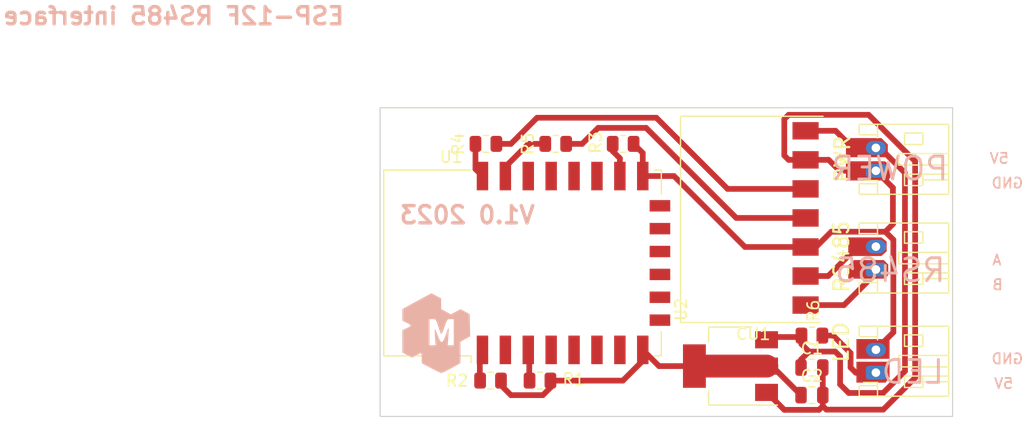
<source format=kicad_pcb>
(kicad_pcb (version 20211014) (generator pcbnew)
  (layers (0 "F.Cu" signal) (31 "B.Cu" signal) (34 "B.Paste" user) (35 "F.Paste" user) (36 "B.SilkS" user "B.Silkscreen") (37 "F.SilkS" user "F.Silkscreen") (38 "B.Mask" user) (39 "F.Mask" user) (44 "Edge.Cuts" user))
  (net 0 "")
  (net 1 "+5V")
  (net 2 "GND")
  (net 3 "+3.3V")
  (net 4 "Net-(CU1-Pad3)")
  (net 5 "Net-(CU1-Pad4)")
  (net 6 "/IN_A")
  (net 7 "/IN_B")
  (net 8 "Net-(R1-Pad2)")
  (net 9 "Net-(R2-Pad2)")
  (net 10 "Net-(R3-Pad1)")
  (net 11 "/ESP_TX")
  (net 12 "/ESP_RX")
  (net 28 "Net-(J3-Pad1)")
  (footprint "-local:R411A01" (layer "F.Cu") (at 105.745 56.261)
    (fp_text reference "CU1" (at 5.842 18.542 unlocked) (layer "F.SilkS"))
    (fp_text value "R411A01")
    (fp_line (start 11.938 -0.508) (end -0.508 -0.508) (layer "F.SilkS") (width 0.12))
    (fp_line (start -0.508 -0.508) (end -0.508 17.526) (layer "F.SilkS") (width 0.12))
    (fp_line (start -0.508 17.526) (end 11.684 17.526) (layer "F.SilkS") (width 0.12))
    (pad "1" smd rect (at 10.414 0.762) (size 2.286 1.524) (layers "F.Cu" "F.Paste" "F.Mask") (net 1 "+5V"))
    (pad "2" smd rect (at 10.414 3.302) (size 2.286 1.524) (layers "F.Cu" "F.Paste" "F.Mask") (net 2 "GND"))
    (pad "3" smd rect (at 10.414 5.842) (size 2.286 1.524) (layers "F.Cu" "F.Paste" "F.Mask") (net 4 "Net-(CU1-Pad3)"))
    (pad "4" smd rect (at 10.414 8.382) (size 2.286 1.524) (layers "F.Cu" "F.Paste" "F.Mask") (net 5 "Net-(CU1-Pad4)"))
    (pad "5" smd rect (at 10.414 10.922) (size 2.286 1.524) (layers "F.Cu" "F.Paste" "F.Mask") (net 2 "GND"))
    (pad "6" smd rect (at 10.414 13.462) (size 2.286 1.524) (layers "F.Cu" "F.Paste" "F.Mask") (net 6 "/IN_A"))
    (pad "7" smd rect (at 10.414 16.002) (size 2.286 1.524) (layers "F.Cu" "F.Paste" "F.Mask") (net 7 "/IN_B"))
  )
  (footprint "Resistor_SMD:R_0805_2012Metric" (layer "F.Cu") (at 100.2265 58.166)
    (fp_text reference "R3" (at -2.413 -0.127 90) (layer "F.SilkS"))
    (fp_text value "10k")
    (fp_line (start -0.227064 0.735) (end 0.227064 0.735) (layer "F.SilkS") (width 0.12))
    (fp_line (start -0.227064 -0.735) (end 0.227064 -0.735) (layer "F.SilkS") (width 0.12))
    (pad "1" smd roundrect (at -0.9125 0) (size 1.025 1.4) (layers "F.Cu" "F.Paste" "F.Mask") (roundrect_rratio 0.243902439) (net 10 "Net-(R3-Pad1)"))
    (pad "2" smd roundrect (at 0.9125 0) (size 1.025 1.4) (layers "F.Cu" "F.Paste" "F.Mask") (roundrect_rratio 0.243902439) (net 2 "GND"))
  )
  (footprint "Resistor_SMD:R_0805_2012Metric" (layer "F.Cu") (at 92.964 78.867 180)
    (fp_text reference "R1" (at -2.9445 0.127) (layer "F.SilkS"))
    (fp_text value "10k")
    (fp_line (start -0.227064 -0.735) (end 0.227064 -0.735) (layer "F.SilkS") (width 0.12))
    (fp_line (start -0.227064 0.735) (end 0.227064 0.735) (layer "F.SilkS") (width 0.12))
    (pad "1" smd roundrect (at -0.9125 0 180) (size 1.025 1.4) (layers "F.Cu" "F.Paste" "F.Mask") (roundrect_rratio 0.243902439) (net 3 "+3.3V"))
    (pad "2" smd roundrect (at 0.9125 0 180) (size 1.025 1.4) (layers "F.Cu" "F.Paste" "F.Mask") (roundrect_rratio 0.243902439) (net 8 "Net-(R1-Pad2)"))
  )
  (footprint "Connector_JST:JST_PH_S2B-PH-K_1x02_P2.00mm_Horizontal" (layer "F.Cu") (at 122.301 60.5155 90)
    (fp_text reference "J2")
    (fp_text value "PWR" (at 1.016 -2.921 90) (layer "F.SilkS") (effects (font (size 1.3 1.3) (thickness 0.2))))
    (fp_line (start -0.8 4.1) (end -0.8 6.36) (layer "F.SilkS") (width 0.12))
    (fp_line (start -2.06 -1.46) (end -2.06 6.36) (layer "F.SilkS") (width 0.12))
    (fp_line (start 1.5 2) (end 1.5 6.36) (layer "F.SilkS") (width 0.12))
    (fp_line (start 0.5 2) (end 1.5 2) (layer "F.SilkS") (width 0.12))
    (fp_line (start -1.14 0.14) (end -1.14 -1.46) (layer "F.SilkS") (width 0.12))
    (fp_line (start -0.86 0.14) (end -1.14 0.14) (layer "F.SilkS") (width 0.12))
    (fp_line (start -0.3 4.1) (end -0.3 6.36) (layer "F.SilkS") (width 0.12))
    (fp_line (start -2.06 0.14) (end -1.14 0.14) (layer "F.SilkS") (width 0.12))
    (fp_line (start 4.06 6.36) (end 4.06 -1.46) (layer "F.SilkS") (width 0.12))
    (fp_line (start -1.3 4.1) (end -0.3 4.1) (layer "F.SilkS") (width 0.12))
    (fp_line (start 3.3 2.5) (end 3.3 4.1) (layer "F.SilkS") (width 0.12))
    (fp_line (start 3.3 4.1) (end 2.3 4.1) (layer "F.SilkS") (width 0.12))
    (fp_line (start -1.14 -1.46) (end -2.06 -1.46) (layer "F.SilkS") (width 0.12))
    (fp_line (start 2.3 4.1) (end 2.3 2.5) (layer "F.SilkS") (width 0.12))
    (fp_line (start -0.3 2.5) (end -1.3 2.5) (layer "F.SilkS") (width 0.12))
    (fp_line (start -1.3 2.5) (end -1.3 4.1) (layer "F.SilkS") (width 0.12))
    (fp_line (start 4.06 -1.46) (end 3.14 -1.46) (layer "F.SilkS") (width 0.12))
    (fp_line (start 4.06 0.14) (end 3.14 0.14) (layer "F.SilkS") (width 0.12))
    (fp_line (start -0.86 0.14) (end -0.86 -1.075) (layer "F.SilkS") (width 0.12))
    (fp_line (start 2.3 2.5) (end 3.3 2.5) (layer "F.SilkS") (width 0.12))
    (fp_line (start 0.5 6.36) (end 0.5 2) (layer "F.SilkS") (width 0.12))
    (fp_line (start -0.3 4.1) (end -0.3 2.5) (layer "F.SilkS") (width 0.12))
    (fp_line (start -2.06 6.36) (end 4.06 6.36) (layer "F.SilkS") (width 0.12))
    (fp_line (start 3.14 0.14) (end 2.86 0.14) (layer "F.SilkS") (width 0.12))
    (fp_line (start 3.14 -1.46) (end 3.14 0.14) (layer "F.SilkS") (width 0.12))
    (pad "1" thru_hole roundrect (at 0 0 90) (size 1.2 1.75) (drill 0.75) (layers *.Cu *.Mask) (roundrect_rratio 0.2083333333) (net 2 "GND"))
    (pad "2" thru_hole oval (at 2 0 90) (size 1.2 1.75) (drill 0.75) (layers *.Cu *.Mask) (net 1 "+5V"))
  )
  (footprint "Resistor_SMD:R_0805_2012Metric" (layer "F.Cu") (at 94.3375 58.166)
    (fp_text reference "R5" (at -2.4365 0 90) (layer "F.SilkS"))
    (fp_text value "0")
    (fp_line (start -0.227064 -0.735) (end 0.227064 -0.735) (layer "F.SilkS") (width 0.12))
    (fp_line (start -0.227064 0.735) (end 0.227064 0.735) (layer "F.SilkS") (width 0.12))
    (pad "1" smd roundrect (at -0.9125 0) (size 1.025 1.4) (layers "F.Cu" "F.Paste" "F.Mask") (roundrect_rratio 0.243902439) (net 12 "/ESP_RX"))
    (pad "2" smd roundrect (at 0.9125 0) (size 1.025 1.4) (layers "F.Cu" "F.Paste" "F.Mask") (roundrect_rratio 0.243902439) (net 5 "Net-(CU1-Pad4)"))
  )
  (footprint "Resistor_SMD:R_0805_2012Metric" (layer "F.Cu") (at 116.713 74.93)
    (fp_text reference "R6" (at 0.127 -2.159 90) (layer "F.SilkS"))
    (fp_text value "0")
    (fp_line (start -0.227064 -0.735) (end 0.227064 -0.735) (layer "F.SilkS") (width 0.12))
    (fp_line (start -0.227064 0.735) (end 0.227064 0.735) (layer "F.SilkS") (width 0.12))
    (pad "1" smd roundrect (at -0.9125 0) (size 1.025 1.4) (layers "F.Cu" "F.Paste" "F.Mask") (roundrect_rratio 0.243902439) (net 1 "+5V"))
    (pad "2" smd roundrect (at 0.9125 0) (size 1.025 1.4) (layers "F.Cu" "F.Paste" "F.Mask") (roundrect_rratio 0.243902439) (net 28 "Net-(J3-Pad1)"))
  )
  (footprint "Resistor_SMD:R_0805_2012Metric" (layer "F.Cu") (at 88.2415 58.166)
    (fp_text reference "R4" (at -2.4365 0 90) (layer "F.SilkS"))
    (fp_text value "0")
    (fp_line (start -0.227064 0.735) (end 0.227064 0.735) (layer "F.SilkS") (width 0.12))
    (fp_line (start -0.227064 -0.735) (end 0.227064 -0.735) (layer "F.SilkS") (width 0.12))
    (pad "1" smd roundrect (at -0.9125 0) (size 1.025 1.4) (layers "F.Cu" "F.Paste" "F.Mask") (roundrect_rratio 0.243902439) (net 11 "/ESP_TX"))
    (pad "2" smd roundrect (at 0.9125 0) (size 1.025 1.4) (layers "F.Cu" "F.Paste" "F.Mask") (roundrect_rratio 0.243902439) (net 4 "Net-(CU1-Pad3)"))
  )
  (footprint "Package_TO_SOT_SMD:SOT-223-3_TabPin2" (layer "F.Cu") (at 109.601 77.597 180)
    (fp_text reference "U2" (at 4.318 4.953 90) (layer "F.SilkS"))
    (fp_text value "AMS1117-3.3")
    (fp_line (start -1.85 3.41) (end 1.91 3.41) (layer "F.SilkS") (width 0.12))
    (fp_line (start 1.91 3.41) (end 1.91 2.15) (layer "F.SilkS") (width 0.12))
    (fp_line (start 1.91 -3.41) (end 1.91 -2.15) (layer "F.SilkS") (width 0.12))
    (fp_line (start -4.1 -3.41) (end 1.91 -3.41) (layer "F.SilkS") (width 0.12))
    (pad "1" smd rect (at -3.15 -2.3 180) (size 2 1.5) (layers "F.Cu" "F.Paste" "F.Mask") (net 2 "GND"))
    (pad "2" smd rect (at -3.15 0 180) (size 2 1.5) (layers "F.Cu" "F.Paste" "F.Mask") (net 3 "+3.3V"))
    (pad "2" smd rect (at 3.15 0 180) (size 2 3.8) (layers "F.Cu" "F.Paste" "F.Mask") (net 3 "+3.3V"))
    (pad "3" smd rect (at -3.15 2.3 180) (size 2 1.5) (layers "F.Cu" "F.Paste" "F.Mask") (net 1 "+5V"))
  )
  (footprint "Connector_JST:JST_PH_S2B-PH-K_1x02_P2.00mm_Horizontal" (layer "F.Cu") (at 122.301 69.1515 90)
    (fp_text reference "J1")
    (fp_text value "RS485" (at 1.127 -3.011 90) (layer "F.SilkS") (effects (font (size 1.3 1.3) (thickness 0.2))))
    (fp_line (start 3.14 0.14) (end 2.86 0.14) (layer "F.SilkS") (width 0.12))
    (fp_line (start -1.14 -1.46) (end -2.06 -1.46) (layer "F.SilkS") (width 0.12))
    (fp_line (start 4.06 6.36) (end 4.06 -1.46) (layer "F.SilkS") (width 0.12))
    (fp_line (start -1.3 4.1) (end -0.3 4.1) (layer "F.SilkS") (width 0.12))
    (fp_line (start -1.3 2.5) (end -1.3 4.1) (layer "F.SilkS") (width 0.12))
    (fp_line (start 4.06 0.14) (end 3.14 0.14) (layer "F.SilkS") (width 0.12))
    (fp_line (start 4.06 -1.46) (end 3.14 -1.46) (layer "F.SilkS") (width 0.12))
    (fp_line (start -0.86 0.14) (end -1.14 0.14) (layer "F.SilkS") (width 0.12))
    (fp_line (start 3.3 4.1) (end 2.3 4.1) (layer "F.SilkS") (width 0.12))
    (fp_line (start -0.3 4.1) (end -0.3 6.36) (layer "F.SilkS") (width 0.12))
    (fp_line (start 0.5 6.36) (end 0.5 2) (layer "F.SilkS") (width 0.12))
    (fp_line (start -0.3 4.1) (end -0.3 2.5) (layer "F.SilkS") (width 0.12))
    (fp_line (start -1.14 0.14) (end -1.14 -1.46) (layer "F.SilkS") (width 0.12))
    (fp_line (start 2.3 2.5) (end 3.3 2.5) (layer "F.SilkS") (width 0.12))
    (fp_line (start 3.14 -1.46) (end 3.14 0.14) (layer "F.SilkS") (width 0.12))
    (fp_line (start 1.5 2) (end 1.5 6.36) (layer "F.SilkS") (width 0.12))
    (fp_line (start -2.06 0.14) (end -1.14 0.14) (layer "F.SilkS") (width 0.12))
    (fp_line (start -0.8 4.1) (end -0.8 6.36) (layer "F.SilkS") (width 0.12))
    (fp_line (start -2.06 -1.46) (end -2.06 6.36) (layer "F.SilkS") (width 0.12))
    (fp_line (start 0.5 2) (end 1.5 2) (layer "F.SilkS") (width 0.12))
    (fp_line (start 3.3 2.5) (end 3.3 4.1) (layer "F.SilkS") (width 0.12))
    (fp_line (start -0.3 2.5) (end -1.3 2.5) (layer "F.SilkS") (width 0.12))
    (fp_line (start -0.86 0.14) (end -0.86 -1.075) (layer "F.SilkS") (width 0.12))
    (fp_line (start 2.3 4.1) (end 2.3 2.5) (layer "F.SilkS") (width 0.12))
    (fp_line (start -2.06 6.36) (end 4.06 6.36) (layer "F.SilkS") (width 0.12))
    (pad "1" thru_hole roundrect (at 0 0 90) (size 1.2 1.75) (drill 0.75) (layers *.Cu *.Mask) (roundrect_rratio 0.2083333333) (net 7 "/IN_B"))
    (pad "2" thru_hole oval (at 2 0 90) (size 1.2 1.75) (drill 0.75) (layers *.Cu *.Mask) (net 6 "/IN_A"))
  )
  (footprint "RF_Module:ESP-12E" (layer "F.Cu") (at 91.44 68.58 90)
    (fp_text reference "U1" (at 9.271 -6.223 180) (layer "F.SilkS"))
    (fp_text value "ESP-12F")
    (fp_line (start -8.12 -4.5) (end -8.73 -4.5) (layer "F.SilkS") (width 0.12))
    (fp_line (start 8.12 11.5) (end 8.12 12.12) (layer "F.SilkS") (width 0.12))
    (fp_line (start 8.12 12.12) (end 6 12.12) (layer "F.SilkS") (width 0.12))
    (fp_line (start -8.12 -12.12) (end 8.12 -12.12) (layer "F.SilkS") (width 0.12))
    (fp_line (start -8.12 12.12) (end -8.12 11.5) (layer "F.SilkS") (width 0.12))
    (fp_line (start -8.12 -4.5) (end -8.12 -12.12) (layer "F.SilkS") (width 0.12))
    (fp_line (start 8.12 -12.12) (end 8.12 -4.5) (layer "F.SilkS") (width 0.12))
    (fp_line (start -6 12.12) (end -8.12 12.12) (layer "F.SilkS") (width 0.12))
    (pad "1" smd rect (at -7.6 -3.5 90) (size 2.5 1) (layers "F.Cu" "F.Paste" "F.Mask") (net 9 "Net-(R2-Pad2)"))
    (pad "2" smd rect (at -7.6 -1.5 90) (size 2.5 1) (layers "F.Cu" "F.Paste" "F.Mask"))
    (pad "3" smd rect (at -7.6 0.5 90) (size 2.5 1) (layers "F.Cu" "F.Paste" "F.Mask") (net 8 "Net-(R1-Pad2)"))
    (pad "4" smd rect (at -7.6 2.5 90) (size 2.5 1) (layers "F.Cu" "F.Paste" "F.Mask"))
    (pad "5" smd rect (at -7.6 4.5 90) (size 2.5 1) (layers "F.Cu" "F.Paste" "F.Mask"))
    (pad "6" smd rect (at -7.6 6.5 90) (size 2.5 1) (layers "F.Cu" "F.Paste" "F.Mask"))
    (pad "7" smd rect (at -7.6 8.5 90) (size 2.5 1) (layers "F.Cu" "F.Paste" "F.Mask"))
    (pad "8" smd rect (at -7.6 10.5 90) (size 2.5 1) (layers "F.Cu" "F.Paste" "F.Mask") (net 3 "+3.3V"))
    (pad "9" smd rect (at -5 12 90) (size 1 1.8) (layers "F.Cu" "F.Paste" "F.Mask"))
    (pad "10" smd rect (at -3 12 90) (size 1 1.8) (layers "F.Cu" "F.Paste" "F.Mask"))
    (pad "11" smd rect (at -1 12 90) (size 1 1.8) (layers "F.Cu" "F.Paste" "F.Mask"))
    (pad "12" smd rect (at 1 12 90) (size 1 1.8) (layers "F.Cu" "F.Paste" "F.Mask"))
    (pad "13" smd rect (at 3 12 90) (size 1 1.8) (layers "F.Cu" "F.Paste" "F.Mask"))
    (pad "14" smd rect (at 5 12 90) (size 1 1.8) (layers "F.Cu" "F.Paste" "F.Mask"))
    (pad "15" smd rect (at 7.6 10.5 90) (size 2.5 1) (layers "F.Cu" "F.Paste" "F.Mask") (net 2 "GND"))
    (pad "16" smd rect (at 7.6 8.5 90) (size 2.5 1) (layers "F.Cu" "F.Paste" "F.Mask") (net 10 "Net-(R3-Pad1)"))
    (pad "17" smd rect (at 7.6 6.5 90) (size 2.5 1) (layers "F.Cu" "F.Paste" "F.Mask"))
    (pad "18" smd rect (at 7.6 4.5 90) (size 2.5 1) (layers "F.Cu" "F.Paste" "F.Mask"))
    (pad "19" smd rect (at 7.6 2.5 90) (size 2.5 1) (layers "F.Cu" "F.Paste" "F.Mask"))
    (pad "20" smd rect (at 7.6 0.5 90) (size 2.5 1) (layers "F.Cu" "F.Paste" "F.Mask"))
    (pad "21" smd rect (at 7.6 -1.5 90) (size 2.5 1) (layers "F.Cu" "F.Paste" "F.Mask") (net 12 "/ESP_RX"))
    (pad "22" smd rect (at 7.6 -3.5 90) (size 2.5 1) (layers "F.Cu" "F.Paste" "F.Mask") (net 11 "/ESP_TX"))
    (zone (net 0) (net_name "") (layers *.Cu) (connect_pads (clearance 0)) (min_thickness 0.254)
      (keepout (tracks not_allowed) (vias not_allowed) (pads not_allowed) (copperpour not_allowed) (footprints not_allowed))
      (fill (thermal_gap 0.508) (thermal_bridge_width 0.508))
      (polygon (pts (xy 86.64 76.7) (xy 86.64 60.46) (xy 79.32 60.46) (xy 79.32 76.7)))
    )
  )
  (footprint "Connector_JST:JST_PH_S2B-PH-K_1x02_P2.00mm_Horizontal" (layer "F.Cu") (at 122.301 78.1685 90)
    (fp_text reference "J3")
    (fp_text value "LED" (at 2.667 -3.048 90) (layer "F.SilkS") (effects (font (size 1.3 1.3) (thickness 0.2))))
    (fp_line (start 4.06 0.14) (end 3.14 0.14) (layer "F.SilkS") (width 0.12))
    (fp_line (start 4.06 -1.46) (end 3.14 -1.46) (layer "F.SilkS") (width 0.12))
    (fp_line (start -1.3 2.5) (end -1.3 4.1) (layer "F.SilkS") (width 0.12))
    (fp_line (start -0.86 0.14) (end -0.86 -1.075) (layer "F.SilkS") (width 0.12))
    (fp_line (start 3.14 -1.46) (end 3.14 0.14) (layer "F.SilkS") (width 0.12))
    (fp_line (start -0.3 4.1) (end -0.3 6.36) (layer "F.SilkS") (width 0.12))
    (fp_line (start 3.3 4.1) (end 2.3 4.1) (layer "F.SilkS") (width 0.12))
    (fp_line (start 0.5 6.36) (end 0.5 2) (layer "F.SilkS") (width 0.12))
    (fp_line (start -2.06 6.36) (end 4.06 6.36) (layer "F.SilkS") (width 0.12))
    (fp_line (start 1.5 2) (end 1.5 6.36) (layer "F.SilkS") (width 0.12))
    (fp_line (start -2.06 0.14) (end -1.14 0.14) (layer "F.SilkS") (width 0.12))
    (fp_line (start -1.14 -1.46) (end -2.06 -1.46) (layer "F.SilkS") (width 0.12))
    (fp_line (start -1.14 0.14) (end -1.14 -1.46) (layer "F.SilkS") (width 0.12))
    (fp_line (start -0.86 0.14) (end -1.14 0.14) (layer "F.SilkS") (width 0.12))
    (fp_line (start 2.3 2.5) (end 3.3 2.5) (layer "F.SilkS") (width 0.12))
    (fp_line (start -0.3 2.5) (end -1.3 2.5) (layer "F.SilkS") (width 0.12))
    (fp_line (start 3.3 2.5) (end 3.3 4.1) (layer "F.SilkS") (width 0.12))
    (fp_line (start 0.5 2) (end 1.5 2) (layer "F.SilkS") (width 0.12))
    (fp_line (start -0.3 4.1) (end -0.3 2.5) (layer "F.SilkS") (width 0.12))
    (fp_line (start -0.8 4.1) (end -0.8 6.36) (layer "F.SilkS") (width 0.12))
    (fp_line (start -2.06 -1.46) (end -2.06 6.36) (layer "F.SilkS") (width 0.12))
    (fp_line (start 3.14 0.14) (end 2.86 0.14) (layer "F.SilkS") (width 0.12))
    (fp_line (start 2.3 4.1) (end 2.3 2.5) (layer "F.SilkS") (width 0.12))
    (fp_line (start -1.3 4.1) (end -0.3 4.1) (layer "F.SilkS") (width 0.12))
    (fp_line (start 4.06 6.36) (end 4.06 -1.46) (layer "F.SilkS") (width 0.12))
    (pad "1" thru_hole roundrect (at 0 0 90) (size 1.2 1.75) (drill 0.75) (layers *.Cu *.Mask) (roundrect_rratio 0.2083333333) (net 28 "Net-(J3-Pad1)"))
    (pad "2" thru_hole oval (at 2 0 90) (size 1.2 1.75) (drill 0.75) (layers *.Cu *.Mask) (net 2 "GND"))
  )
  (footprint "Capacitor_SMD:C_0805_2012Metric" (layer "F.Cu") (at 116.713 77.724)
    (fp_text reference "C1" (at 0 -1.68) (layer "F.SilkS"))
    (fp_text value "10u")
    (fp_line (start -0.261252 -0.735) (end 0.261252 -0.735) (layer "F.SilkS") (width 0.12))
    (fp_line (start -0.261252 0.735) (end 0.261252 0.735) (layer "F.SilkS") (width 0.12))
    (pad "1" smd roundrect (at -0.95 0) (size 1 1.45) (layers "F.Cu" "F.Paste" "F.Mask") (net 1 "+5V"))
    (pad "2" smd roundrect (at 0.95 0) (size 1 1.45) (layers "F.Cu" "F.Paste" "F.Mask") (net 2 "GND"))
  )
  (footprint "Resistor_SMD:R_0805_2012Metric" (layer "F.Cu") (at 88.646 78.867 180)
    (fp_text reference "R2" (at 2.921 0) (layer "F.SilkS"))
    (fp_text value "10k")
    (fp_line (start -0.227064 0.735) (end 0.227064 0.735) (layer "F.SilkS") (width 0.12))
    (fp_line (start -0.227064 -0.735) (end 0.227064 -0.735) (layer "F.SilkS") (width 0.12))
    (pad "1" smd roundrect (at -0.9125 0 180) (size 1.025 1.4) (layers "F.Cu" "F.Paste" "F.Mask") (roundrect_rratio 0.243902439) (net 3 "+3.3V"))
    (pad "2" smd roundrect (at 0.9125 0 180) (size 1.025 1.4) (layers "F.Cu" "F.Paste" "F.Mask") (roundrect_rratio 0.243902439) (net 9 "Net-(R2-Pad2)"))
  )
  (footprint "Capacitor_SMD:C_0805_2012Metric" (layer "F.Cu") (at 116.713 80.137)
    (fp_text reference "C2" (at 0 -1.68) (layer "F.SilkS"))
    (fp_text value "10u")
    (fp_line (start -0.261252 -0.735) (end 0.261252 -0.735) (layer "F.SilkS") (width 0.12))
    (fp_line (start -0.261252 0.735) (end 0.261252 0.735) (layer "F.SilkS") (width 0.12))
    (pad "1" smd roundrect (at -0.95 0) (size 1 1.45) (layers "F.Cu" "F.Paste" "F.Mask") (net 3 "+3.3V"))
    (pad "2" smd roundrect (at 0.95 0) (size 1 1.45) (layers "F.Cu" "F.Paste" "F.Mask") (net 2 "GND"))
  )
  (footprint "-local:logo_kms_small_silkscreen" (layer "B.Cu") (at 84.328 74.676 180)
    (fp_text reference "G***" hide)
    (fp_text value "LOGO" hide)
    (fp_poly (pts (xy 2.116877 2.764724) (xy 3.383025 2.074333) (xy 3.384846 1.562038) (xy 3.386667 1.049742) (xy 3.001301 0.862517) (xy 2.790526 0.744233) (xy 2.670184 0.645099) (xy 2.658544 0.606349) (xy 2.756204 0.53197) (xy 2.951559 0.426272) (xy 3.04391 0.382844) (xy 3.386667 0.228282) (xy 3.385955 -0.753692) (xy 3.385242 -1.735667) (xy 2.958732 -1.961382) (xy 2.532222 -2.187098) (xy 2.176278 -1.983569) (xy 1.955571 -1.864108) (xy 1.796662 -1.790367) (xy 1.756834 -1.77902) (xy 1.721214 -1.854803) (xy 1.697798 -2.050556) (xy 1.692499 -2.2225) (xy 1.691665 -2.667) (xy 0.909333 -3.090334) (xy 0.572241 -3.267716) (xy 0.281728 -3.411355) (xy 0.075183 -3.503285) (xy 0 -3.527314) (xy -0.123164 -3.493503) (xy -0.355769 -3.391419) (xy -0.661039 -3.238198) (xy -0.908502 -3.10398) (xy -1.690003 -2.667) (xy -1.69278 -1.100667) (xy -1.100666 -1.100667) (xy -0.57469 -1.100667) (xy -0.635467 -0.3175) (xy -0.656467 0.015334) (xy -0.662989 0.266572) (xy -0.654674 0.4023) (xy -0.643244 0.415066) (xy -0.591922 0.31503) (xy -0.506157 0.098671) (xy -0.403589 -0.189211) (xy -0.393179 -0.219934) (xy -0.253409 -0.583479) (xy -0.129647 -0.781514) (xy -0.013063 -0.816032) (xy 0.105175 -0.689025) (xy 0.233899 -0.402484) (xy 0.247907 -0.364532) (xy 0.389806 0.016194) (xy 0.484588 0.237516) (xy 0.539083 0.300543) (xy 0.56012 0.206382) (xy 0.554529 -0.043861) (xy 0.53802 -0.3175) (xy 0.486159 -1.100667) (xy 1.016 -1.100667) (xy 1.016 1.185333) (xy 0.734573 1.185333) (xy 0.592127 1.178256) (xy 0.494874 1.134867) (xy 0.417781 1.021929) (xy 0.335814 0.806205) (xy 0.25236 0.545104) (xy 0.151022 0.23986) (xy 0.062012 0.003481) (xy 0.001326 -0.122357) (xy -0.007325 -0.131527) (xy -0.059519 -0.074492) (xy -0.148137 0.109023) (xy -0.257282 0.38445) (xy -0.301766 0.508702) (xy -0.419082 0.837342) (xy -0.50633 1.037477) (xy -0.587853 1.140954) (xy -0.687997 1.179621) (xy -0.818987 1.185333) (xy -1.100666 1.185333) (xy -1.100666 -1.100667) (xy -1.69278 -1.100667) (xy -1.693333 -0.788912) (xy -2.119295 -0.557074) (xy -2.545257 -0.325237) (xy -2.521462 0.64663) (xy -2.497666 1.618497) (xy -1.694762 2.059689) (xy -0.856296 1.603339) (xy -0.00244 2.074333) (xy -0.000508 2.54) (xy 0.001425 3.005666) (xy 0.426076 3.230391) (xy 0.850728 3.455115)) (layer "B.SilkS") (width 0) (fill solid))
  )
  (gr_rect (start 79 55) (end 129 82) (layer "Edge.Cuts") (width 0.1) (fill none))
  (gr_text "POWER" (at 128.778 60.325) (layer "B.SilkS") (effects (font (size 2 2) (thickness 0.25)) (justify left mirror)))
  (gr_text "LED" (at 128.397 78.105) (layer "B.SilkS") (effects (font (size 2 2) (thickness 0.25)) (justify left mirror)))
  (gr_text "RS485" (at 128.524 69.215) (layer "B.SilkS") (effects (font (size 2 2) (thickness 0.25)) (justify left mirror)))
  (gr_text "GND" (at 135.255 76.962) (layer "B.SilkS") (effects (font (size 0.9 0.9)) (justify left mirror)))
  (gr_text "A" (at 133.35 68.326) (layer "B.SilkS") (effects (font (size 0.9 0.9)) (justify left mirror)))
  (gr_text "GND" (at 135.255 61.595) (layer "B.SilkS") (effects (font (size 0.9 0.9)) (justify left mirror)))
  (gr_text "V1.0 2023" (at 86.614 64.389) (layer "B.SilkS") (effects (font (size 1.5 1.5) (thickness 0.3)) (justify mirror)))
  (gr_text "5V" (at 133.985 59.436) (layer "B.SilkS") (effects (font (size 0.9 0.9)) (justify left mirror)))
  (gr_text "ESP-12F RS485 interface" (at 60.96 46.99) (layer "B.SilkS") (effects (font (size 1.5 1.5) (thickness 0.3)) (justify mirror)))
  (gr_text "B" (at 133.477 70.485) (layer "B.SilkS") (effects (font (size 0.9 0.9)) (justify left mirror)))
  (gr_text "5V" (at 134.366 79.121) (layer "B.SilkS") (effects (font (size 0.9 0.9)) (justify left mirror)))
  (segment (start 118.7765 57.023) (end 116.6495 57.023) (width 0.5) (layer "F.Cu") (net 1))
  (segment (start 122.6505 58.5155) (end 124.841 60.706) (width 0.5) (layer "F.Cu") (net 1))
  (segment (start 116.6495 57.023) (end 116.332 57.3405) (width 0.5) (layer "F.Cu") (net 1))
  (segment (start 119.1768 76.7588) (end 118.745 76.327) (width 0.5) (layer "F.Cu") (net 1))
  (segment (start 120.364 58.6105) (end 118.7765 57.023) (width 0.5) (layer "F.Cu") (net 1))
  (segment (start 116.459 76.327) (end 115.8005 75.6685) (width 0.5) (layer "F.Cu") (net 1))
  (segment (start 119.1768 79.1972) (end 119.1768 76.7588) (width 0.5) (layer "F.Cu") (net 1))
  (segment (start 122.301 58.5155) (end 122.6505 58.5155) (width 0.5) (layer "F.Cu") (net 1))
  (segment (start 119.9261 79.9465) (end 119.1768 79.1972) (width 0.5) (layer "F.Cu") (net 1))
  (segment (start 115.8005 75.6685) (end 115.8005 74.93) (width 0.5) (layer "F.Cu") (net 1))
  (segment (start 115.6735 75.057) (end 113.016 75.057) (width 0.5) (layer "F.Cu") (net 1))
  (segment (start 115.8005 74.93) (end 115.6735 75.057) (width 0.5) (layer "F.Cu") (net 1))
  (segment (start 124.841 60.706) (end 124.841 78.0415) (width 0.5) (layer "F.Cu") (net 1))
  (segment (start 122.936 79.9465) (end 119.9261 79.9465) (width 0.5) (layer "F.Cu") (net 1))
  (segment (start 118.745 76.327) (end 116.459 76.327) (width 0.5) (layer "F.Cu") (net 1))
  (segment (start 113.016 75.057) (end 112.776 75.297) (width 0.5) (layer "F.Cu") (net 1))
  (segment (start 122.206 58.6105) (end 120.364 58.6105) (width 0.5) (layer "F.Cu") (net 1))
  (segment (start 122.301 58.5155) (end 122.206 58.6105) (width 0.5) (layer "F.Cu") (net 1))
  (segment (start 124.841 78.0415) (end 122.936 79.9465) (width 0.5) (layer "F.Cu") (net 1))
  (segment (start 115.763 77.023) (end 115.763 77.724) (width 0.5) (layer "F.Cu") (net 1))
  (segment (start 115.763 74.9675) (end 115.8005 74.93) (width 0.5) (layer "F.Cu") (net 1))
  (segment (start 116.459 76.327) (end 115.763 77.023) (width 0.5) (layer "F.Cu") (net 1))
  (segment (start 110.871 67.183) (end 104.668 60.98) (width 0.5) (layer "F.Cu") (net 2))
  (segment (start 117.3305 81.4245) (end 114.3035 81.4245) (width 0.5) (layer "F.Cu") (net 2))
  (segment (start 116.159 59.7075) (end 116.332 59.8805) (width 0.5) (layer "F.Cu") (net 2))
  (segment (start 116.159 67.183) (end 117.0686 67.183) (width 0.5) (layer "F.Cu") (net 2))
  (segment (start 122.301 60.5155) (end 119.126 60.5155) (width 0.5) (layer "F.Cu") (net 2))
  (segment (start 123.825 74.6445) (end 122.301 76.1685) (width 0.5) (layer "F.Cu") (net 2))
  (segment (start 119.126 60.5155) (end 118.1735 59.563) (width 0.5) (layer "F.Cu") (net 2))
  (segment (start 117.663 81.092) (end 117.3305 81.4245) (width 0.5) (layer "F.Cu") (net 2))
  (segment (start 123.1265 65.8495) (end 123.788 65.188) (width 0.5) (layer "F.Cu") (net 2))
  (segment (start 114.3 56.007) (end 114.681 55.626) (width 0.5) (layer "F.Cu") (net 2))
  (segment (start 123.825 66.548) (end 123.825 74.6445) (width 0.5) (layer "F.Cu") (net 2))
  (segment (start 114.3035 81.4245) (end 112.776 79.897) (width 0.5) (layer "F.Cu") (net 2))
  (segment (start 114.681 55.626) (end 121.666 55.626) (width 0.5) (layer "F.Cu") (net 2))
  (segment (start 101.139 58.166) (end 101.94 58.967) (width 0.5) (layer "F.Cu") (net 2))
  (segment (start 122.936 81.407) (end 117.978 81.407) (width 0.5) (layer "F.Cu") (net 2))
  (segment (start 117.0686 67.183) (end 118.4021 65.8495) (width 0.5) (layer "F.Cu") (net 2))
  (segment (start 101.94 58.967) (end 101.94 60.98) (width 0.5) (layer "F.Cu") (net 2))
  (segment (start 123.1265 65.8495) (end 123.825 66.548) (width 0.5) (layer "F.Cu") (net 2))
  (segment (start 117.663 80.137) (end 117.663 81.092) (width 0.5) (layer "F.Cu") (net 2))
  (segment (start 118.1735 59.563) (end 116.159 59.563) (width 0.5) (layer "F.Cu") (net 2))
  (segment (start 123.788 65.188) (end 123.788 62.0025) (width 0.5) (layer "F.Cu") (net 2))
  (segment (start 114.3 59.182) (end 114.3 56.007) (width 0.5) (layer "F.Cu") (net 2))
  (segment (start 123.788 62.0025) (end 122.301 60.5155) (width 0.5) (layer "F.Cu") (net 2))
  (segment (start 117.663 80.137) (end 117.663 77.724) (width 0.5) (layer "F.Cu") (net 2))
  (segment (start 121.666 55.626) (end 125.73 59.69) (width 0.5) (layer "F.Cu") (net 2))
  (segment (start 114.681 59.563) (end 114.3 59.182) (width 0.5) (layer "F.Cu") (net 2))
  (segment (start 117.978 81.407) (end 117.663 81.092) (width 0.5) (layer "F.Cu") (net 2))
  (segment (start 118.4021 65.8495) (end 123.1265 65.8495) (width 0.5) (layer "F.Cu") (net 2))
  (segment (start 125.73 59.69) (end 125.73 78.613) (width 0.5) (layer "F.Cu") (net 2))
  (segment (start 125.73 78.613) (end 122.936 81.407) (width 0.5) (layer "F.Cu") (net 2))
  (segment (start 116.159 67.183) (end 110.871 67.183) (width 0.5) (layer "F.Cu") (net 2))
  (segment (start 116.159 59.563) (end 114.681 59.563) (width 0.5) (layer "F.Cu") (net 2))
  (segment (start 116.159 59.563) (end 116.159 59.7075) (width 0.5) (layer "F.Cu") (net 2))
  (segment (start 104.668 60.98) (end 101.94 60.98) (width 0.5) (layer "F.Cu") (net 2))
  (segment (start 106.476 77.597) (end 103.357 77.597) (width 0.5) (layer "F.Cu") (net 3))
  (segment (start 93.8765 79.4785) (end 93.8765 78.867) (width 0.5) (layer "F.Cu") (net 3))
  (segment (start 100.203 78.867) (end 101.94 77.13) (width 0.5) (layer "F.Cu") (net 3))
  (segment (start 103.357 77.597) (end 101.94 76.18) (width 0.5) (layer "F.Cu") (net 3))
  (segment (start 112.776 77.597) (end 106.476 77.597) (width 2) (layer "F.Cu") (net 3))
  (segment (start 115.763 80.137) (end 113.223 77.597) (width 0.5) (layer "F.Cu") (net 3))
  (segment (start 113.223 77.597) (end 112.776 77.597) (width 0.5) (layer "F.Cu") (net 3))
  (segment (start 89.5585 79.2715) (end 90.424 80.137) (width 0.5) (layer "F.Cu") (net 3))
  (segment (start 101.94 77.13) (end 101.94 76.18) (width 0.5) (layer "F.Cu") (net 3))
  (segment (start 89.5585 78.867) (end 89.5585 79.2715) (width 0.5) (layer "F.Cu") (net 3))
  (segment (start 93.8765 78.867) (end 100.203 78.867) (width 0.5) (layer "F.Cu") (net 3))
  (segment (start 93.218 80.137) (end 93.8765 79.4785) (width 0.5) (layer "F.Cu") (net 3))
  (segment (start 90.424 80.137) (end 93.218 80.137) (width 0.5) (layer "F.Cu") (net 3))
  (segment (start 103.124 55.88) (end 109.347 62.103) (width 0.5) (layer "F.Cu") (net 4))
  (segment (start 109.347 62.103) (end 116.159 62.103) (width 0.5) (layer "F.Cu") (net 4))
  (segment (start 89.154 58.166) (end 90.424 58.166) (width 0.5) (layer "F.Cu") (net 4))
  (segment (start 90.424 58.166) (end 92.71 55.88) (width 0.5) (layer "F.Cu") (net 4))
  (segment (start 92.71 55.88) (end 103.124 55.88) (width 0.5) (layer "F.Cu") (net 4))
  (segment (start 102.235 56.769) (end 110.109 64.643) (width 0.5) (layer "F.Cu") (net 5))
  (segment (start 98.044 56.769) (end 102.235 56.769) (width 0.5) (layer "F.Cu") (net 5))
  (segment (start 95.25 58.166) (end 96.647 58.166) (width 0.5) (layer "F.Cu") (net 5))
  (segment (start 110.109 64.643) (end 116.159 64.643) (width 0.5) (layer "F.Cu") (net 5))
  (segment (start 96.647 58.166) (end 98.044 56.769) (width 0.5) (layer "F.Cu") (net 5))
  (segment (start 118.1354 69.723) (end 120.7069 67.1515) (width 0.5) (layer "F.Cu") (net 6))
  (segment (start 116.159 69.723) (end 118.1354 69.723) (width 0.5) (layer "F.Cu") (net 6))
  (segment (start 120.7069 67.1515) (end 122.301 67.1515) (width 0.5) (layer "F.Cu") (net 6))
  (segment (start 119.5175 72.263) (end 122.301 69.4795) (width 0.5) (layer "F.Cu") (net 7))
  (segment (start 116.159 72.263) (end 119.5175 72.263) (width 0.5) (layer "F.Cu") (net 7))
  (segment (start 122.301 69.4795) (end 122.301 69.1515) (width 0.5) (layer "F.Cu") (net 7))
  (segment (start 92.0515 78.867) (end 92.028 78.8435) (width 0.5) (layer "F.Cu") (net 8))
  (segment (start 92.028 76.268) (end 91.94 76.18) (width 0.5) (layer "F.Cu") (net 8))
  (segment (start 92.028 78.8435) (end 92.028 76.268) (width 0.5) (layer "F.Cu") (net 8))
  (segment (start 87.7335 78.867) (end 87.71 78.8435) (width 0.5) (layer "F.Cu") (net 9))
  (segment (start 87.71 78.8435) (end 87.71 76.41) (width 0.5) (layer "F.Cu") (net 9))
  (segment (start 87.71 76.41) (end 87.94 76.18) (width 0.5) (layer "F.Cu") (net 9))
  (segment (start 99.314 58.166) (end 99.314 58.801) (width 0.5) (layer "F.Cu") (net 10))
  (segment (start 99.94 59.427) (end 99.94 60.98) (width 0.5) (layer "F.Cu") (net 10))
  (segment (start 99.314 58.801) (end 99.94 59.427) (width 0.5) (layer "F.Cu") (net 10))
  (segment (start 87.94 60.98) (end 87.329 60.369) (width 0.5) (layer "F.Cu") (net 11))
  (segment (start 87.329 60.369) (end 87.329 58.166) (width 0.5) (layer "F.Cu") (net 11))
  (segment (start 91.948 58.166) (end 93.425 58.166) (width 0.5) (layer "F.Cu") (net 12))
  (segment (start 89.94 60.98) (end 89.94 60.174) (width 0.5) (layer "F.Cu") (net 12))
  (segment (start 89.94 60.174) (end 91.948 58.166) (width 0.5) (layer "F.Cu") (net 12))
  (segment (start 122.301 78.1685) (end 121.8057 78.1685) (width 0.5) (layer "F.Cu") (net 28))
  (segment (start 122.301 78.1685) (end 122.285 78.1525) (width 0.5) (layer "F.Cu") (net 28))
  (segment (start 120.0912 77.724) (end 120.5484 78.1812) (width 0.5) (layer "F.Cu") (net 28))
  (segment (start 120.0912 76.454) (end 120.0912 77.724) (width 0.5) (layer "F.Cu") (net 28))
  (segment (start 122.2883 78.1812) (end 122.301 78.1685) (width 0.5) (layer "F.Cu") (net 28))
  (segment (start 117.6255 74.93) (end 118.5672 74.93) (width 0.5) (layer "F.Cu") (net 28))
  (segment (start 118.5672 74.93) (end 120.0912 76.454) (width 0.5) (layer "F.Cu") (net 28))
  (segment (start 120.5484 78.1812) (end 122.2883 78.1812) (width 0.5) (layer "F.Cu") (net 28))
  (zone (net 6) (net_name "/IN_A") (layer "F.Cu") (connect_pads yes (clearance 0.01)) (min_thickness 0.03) (fill yes (thermal_gap 0.1) (thermal_bridge_width 0.1))
    (polygon (pts (xy 123.2408 66.7004) (xy 123.2408 67.564) (xy 122.7836 67.9704) (xy 119.888 67.9704) (xy 119.888 66.3448) (xy 122.7836 66.3448)))
  )
  (zone (net 7) (net_name "/IN_B") (layer "F.Cu") (connect_pads yes (clearance 0.01)) (min_thickness 0.03) (fill yes (thermal_gap 0.1) (thermal_bridge_width 0.1))
    (polygon (pts (xy 123.3932 68.7324) (xy 123.3932 69.596) (xy 123.1392 69.9516) (xy 119.888 69.9516) (xy 119.888 68.7832) (xy 120.396 68.326) (xy 122.9868 68.326)))
  )
  (zone (net 28) (net_name "Net-(J3-Pad1)") (layer "F.Cu") (connect_pads yes (clearance 0.01)) (min_thickness 0.03) (fill yes (thermal_gap 0.1) (thermal_bridge_width 0.1))
    (polygon (pts (xy 123.4948 78.5876) (xy 123.1392 79.0448) (xy 120.5992 79.0448) (xy 120.5992 77.216) (xy 123.4948 77.216)))
  )
  (zone (net 2) (net_name "GND") (layer "F.Cu") (connect_pads yes (clearance 0.01)) (min_thickness 0.03) (fill yes (thermal_gap 0.1) (thermal_bridge_width 0.1))
    (polygon (pts (xy 123.4948 76.962) (xy 120.5992 76.962) (xy 120.5992 75.2348) (xy 123.4948 75.2348)))
  )
  (zone (net 1) (net_name "+5V") (layer "F.Cu") (connect_pads yes (clearance 0.01)) (min_thickness 0.03) (fill yes (thermal_gap 0.1) (thermal_bridge_width 0.1))
    (polygon (pts (xy 123.3424 58.2168) (xy 123.3424 59.3344) (xy 119.6848 59.3344) (xy 119.6848 57.658) (xy 122.7836 57.658)))
  )
  (zone (net 2) (net_name "GND") (layer "F.Cu") (connect_pads yes (clearance 0.01)) (min_thickness 0.03) (fill yes (thermal_gap 0.1) (thermal_bridge_width 0.1))
    (polygon (pts (xy 123.5456 60.0964) (xy 123.5456 61.1124) (xy 123.3932 61.3664) (xy 119.6848 61.3664) (xy 119.6848 59.69) (xy 123.0884 59.69)))
  )
)
</source>
